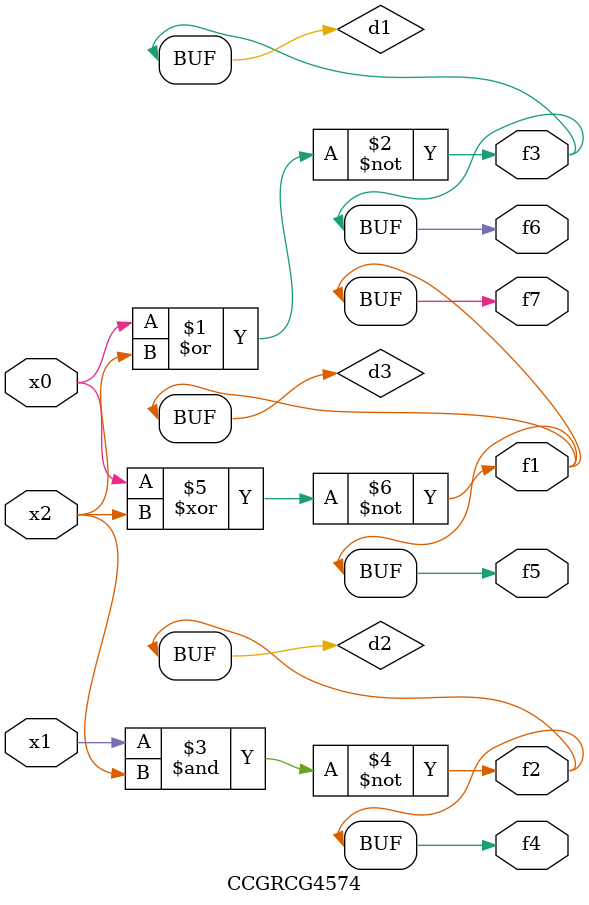
<source format=v>
module CCGRCG4574(
	input x0, x1, x2,
	output f1, f2, f3, f4, f5, f6, f7
);

	wire d1, d2, d3;

	nor (d1, x0, x2);
	nand (d2, x1, x2);
	xnor (d3, x0, x2);
	assign f1 = d3;
	assign f2 = d2;
	assign f3 = d1;
	assign f4 = d2;
	assign f5 = d3;
	assign f6 = d1;
	assign f7 = d3;
endmodule

</source>
